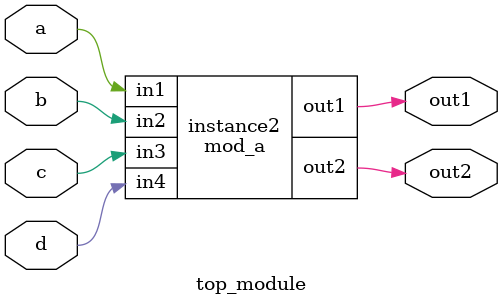
<source format=v>
module mod_a ( 
    input a, 
    input b, 
    input c,
    input d,
    output out1,out2
);
  assign out1 = a & b;
  assign out2 = c ^ d;
endmodule




module top_module ( 
    input a, 
    input b, 
    input c,
    input d,
    output out1,
    output out2
);
    mod_a instance2 (.out1(out1),.out2(out2),.in1(a),.in2(b),.in3(c),.in4(d));

endmodule

</source>
